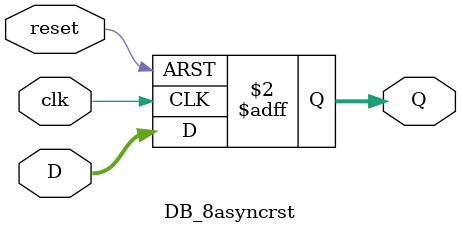
<source format=v>
`timescale 1ns / 1ps

module DB_8asyncrst (reset, clk, D, Q);
input reset;
input clk;
input [7:0] D;
output [7:0] Q;
reg [7:0] Q;
always @(posedge clk or posedge reset)
if (reset)
Q = 0;
else
Q = D;
endmodule
</source>
